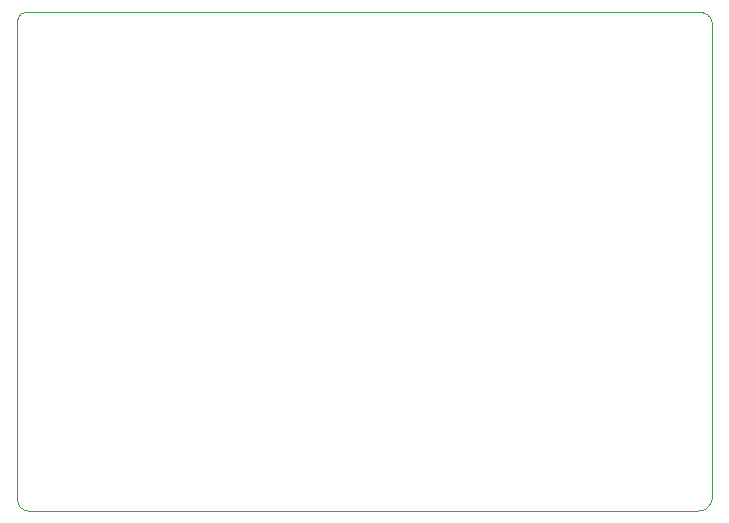
<source format=gko>
G75*
%MOIN*%
%OFA0B0*%
%FSLAX24Y24*%
%IPPOS*%
%LPD*%
%AMOC8*
5,1,8,0,0,1.08239X$1,22.5*
%
%ADD10C,0.0000*%
D10*
X001034Y008166D02*
X023358Y008166D01*
X023399Y008168D01*
X023440Y008173D01*
X023480Y008182D01*
X023519Y008194D01*
X023557Y008210D01*
X023594Y008229D01*
X023629Y008251D01*
X023661Y008276D01*
X023692Y008304D01*
X023720Y008335D01*
X023745Y008367D01*
X023767Y008402D01*
X023786Y008439D01*
X023802Y008477D01*
X023814Y008516D01*
X023823Y008556D01*
X023828Y008597D01*
X023830Y008638D01*
X023830Y024386D01*
X023828Y024424D01*
X023822Y024462D01*
X023813Y024500D01*
X023800Y024536D01*
X023784Y024570D01*
X023764Y024603D01*
X023741Y024634D01*
X023715Y024662D01*
X023687Y024688D01*
X023656Y024711D01*
X023623Y024731D01*
X023589Y024747D01*
X023553Y024760D01*
X023515Y024769D01*
X023477Y024775D01*
X023439Y024777D01*
X000954Y024777D01*
X000954Y024778D02*
X000923Y024776D01*
X000893Y024771D01*
X000864Y024763D01*
X000835Y024751D01*
X000808Y024736D01*
X000783Y024718D01*
X000760Y024698D01*
X000740Y024675D01*
X000722Y024650D01*
X000707Y024623D01*
X000695Y024594D01*
X000687Y024565D01*
X000682Y024535D01*
X000680Y024504D01*
X000680Y008520D01*
X000682Y008483D01*
X000688Y008446D01*
X000697Y008411D01*
X000711Y008376D01*
X000727Y008343D01*
X000748Y008312D01*
X000771Y008283D01*
X000797Y008257D01*
X000826Y008234D01*
X000857Y008213D01*
X000890Y008197D01*
X000925Y008183D01*
X000960Y008174D01*
X000997Y008168D01*
X001034Y008166D01*
M02*

</source>
